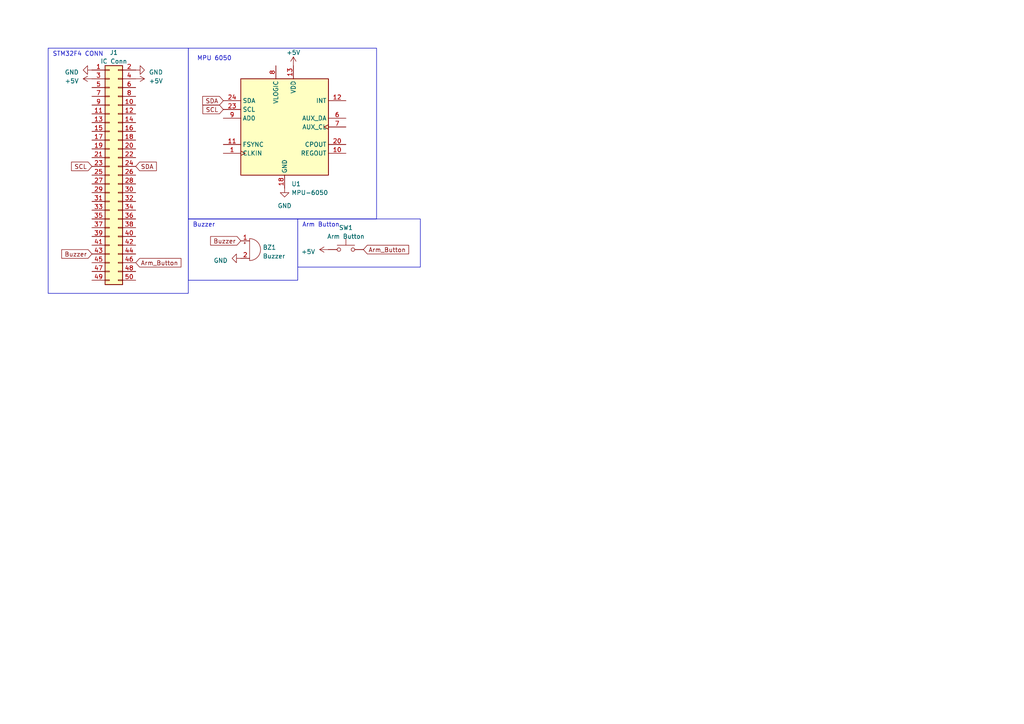
<source format=kicad_sch>
(kicad_sch (version 20230121) (generator eeschema)
  (paper "A4")
  (lib_symbols
    (symbol "Connector_Generic:Conn_02x25_Odd_Even" (pin_names (offset 1.016) hide)
      (property "Reference" "J" (at 1.27 33.02 0))
      (property "Value" "Conn_02x25_Odd_Even" (at 1.27 -33.02 0))
      (symbol "Conn_02x25_Odd_Even_1_1"
        (rectangle (start -1.27 -30.353) (end 0 -30.607) (stroke (width 0.1524)))
        (rectangle (start -1.27 -27.813) (end 0 -28.067) (stroke (width 0.1524)))
        (rectangle (start -1.27 -25.273) (end 0 -25.527) (stroke (width 0.1524)))
        (rectangle (start -1.27 -22.733) (end 0 -22.987) (stroke (width 0.1524)))
        (rectangle (start -1.27 -20.193) (end 0 -20.447) (stroke (width 0.1524)))
        (rectangle (start -1.27 -17.653) (end 0 -17.907) (stroke (width 0.1524)))
        (rectangle (start -1.27 -15.113) (end 0 -15.367) (stroke (width 0.1524)))
        (rectangle (start -1.27 -12.573) (end 0 -12.827) (stroke (width 0.1524)))
        (rectangle (start -1.27 -10.033) (end 0 -10.287) (stroke (width 0.1524)))
        (rectangle (start -1.27 -7.493) (end 0 -7.747) (stroke (width 0.1524)))
        (rectangle (start -1.27 -4.953) (end 0 -5.207) (stroke (width 0.1524)))
        (rectangle (start -1.27 -2.413) (end 0 -2.667) (stroke (width 0.1524)))
        (rectangle (start -1.27 0.127) (end 0 -0.127) (stroke (width 0.1524)))
        (rectangle (start -1.27 2.667) (end 0 2.413) (stroke (width 0.1524)))
        (rectangle (start -1.27 5.207) (end 0 4.953) (stroke (width 0.1524)))
        (rectangle (start -1.27 7.747) (end 0 7.493) (stroke (width 0.1524)))
        (rectangle (start -1.27 10.287) (end 0 10.033) (stroke (width 0.1524)))
        (rectangle (start -1.27 12.827) (end 0 12.573) (stroke (width 0.1524)))
        (rectangle (start -1.27 15.367) (end 0 15.113) (stroke (width 0.1524)))
        (rectangle (start -1.27 17.907) (end 0 17.653) (stroke (width 0.1524)))
        (rectangle (start -1.27 20.447) (end 0 20.193) (stroke (width 0.1524)))
        (rectangle (start -1.27 22.987) (end 0 22.733) (stroke (width 0.1524)))
        (rectangle (start -1.27 25.527) (end 0 25.273) (stroke (width 0.1524)))
        (rectangle (start -1.27 28.067) (end 0 27.813) (stroke (width 0.1524)))
        (rectangle (start -1.27 30.607) (end 0 30.353) (stroke (width 0.1524)))
        (rectangle (start -1.27 31.75) (end 3.81 -31.75) (stroke (width 0.254)) (fill (type background)))
        (rectangle (start 3.81 -30.353) (end 2.54 -30.607) (stroke (width 0.1524)))
        (rectangle (start 3.81 -27.813) (end 2.54 -28.067) (stroke (width 0.1524)))
        (rectangle (start 3.81 -25.273) (end 2.54 -25.527) (stroke (width 0.1524)))
        (rectangle (start 3.81 -22.733) (end 2.54 -22.987) (stroke (width 0.1524)))
        (rectangle (start 3.81 -20.193) (end 2.54 -20.447) (stroke (width 0.1524)))
        (rectangle (start 3.81 -17.653) (end 2.54 -17.907) (stroke (width 0.1524)))
        (rectangle (start 3.81 -15.113) (end 2.54 -15.367) (stroke (width 0.1524)))
        (rectangle (start 3.81 -12.573) (end 2.54 -12.827) (stroke (width 0.1524)))
        (rectangle (start 3.81 -10.033) (end 2.54 -10.287) (stroke (width 0.1524)))
        (rectangle (start 3.81 -7.493) (end 2.54 -7.747) (stroke (width 0.1524)))
        (rectangle (start 3.81 -4.953) (end 2.54 -5.207) (stroke (width 0.1524)))
        (rectangle (start 3.81 -2.413) (end 2.54 -2.667) (stroke (width 0.1524)))
        (rectangle (start 3.81 0.127) (end 2.54 -0.127) (stroke (width 0.1524)))
        (rectangle (start 3.81 2.667) (end 2.54 2.413) (stroke (width 0.1524)))
        (rectangle (start 3.81 5.207) (end 2.54 4.953) (stroke (width 0.1524)))
        (rectangle (start 3.81 7.747) (end 2.54 7.493) (stroke (width 0.1524)))
        (rectangle (start 3.81 10.287) (end 2.54 10.033) (stroke (width 0.1524)))
        (rectangle (start 3.81 12.827) (end 2.54 12.573) (stroke (width 0.1524)))
        (rectangle (start 3.81 15.367) (end 2.54 15.113) (stroke (width 0.1524)))
        (rectangle (start 3.81 17.907) (end 2.54 17.653) (stroke (width 0.1524)))
        (rectangle (start 3.81 20.447) (end 2.54 20.193) (stroke (width 0.1524)))
        (rectangle (start 3.81 22.987) (end 2.54 22.733) (stroke (width 0.1524)))
        (rectangle (start 3.81 25.527) (end 2.54 25.273) (stroke (width 0.1524)))
        (rectangle (start 3.81 28.067) (end 2.54 27.813) (stroke (width 0.1524)))
        (rectangle (start 3.81 30.607) (end 2.54 30.353) (stroke (width 0.1524)))
        (pin passive line (at -5.08 30.48 0) (length 3.81) (name "Pin_1") (number "1"))
        (pin passive line (at 7.62 20.32 180) (length 3.81) (name "Pin_10") (number "10"))
        (pin passive line (at -5.08 17.78 0) (length 3.81) (name "Pin_11") (number "11"))
        (pin passive line (at 7.62 17.78 180) (length 3.81) (name "Pin_12") (number "12"))
        (pin passive line (at -5.08 15.24 0) (length 3.81) (name "Pin_13") (number "13"))
        (pin passive line (at 7.62 15.24 180) (length 3.81) (name "Pin_14") (number "14"))
        (pin passive line (at -5.08 12.7 0) (length 3.81) (name "Pin_15") (number "15"))
        (pin passive line (at 7.62 12.7 180) (length 3.81) (name "Pin_16") (number "16"))
        (pin passive line (at -5.08 10.16 0) (length 3.81) (name "Pin_17") (number "17"))
        (pin passive line (at 7.62 10.16 180) (length 3.81) (name "Pin_18") (number "18"))
        (pin passive line (at -5.08 7.62 0) (length 3.81) (name "Pin_19") (number "19"))
        (pin passive line (at 7.62 30.48 180) (length 3.81) (name "Pin_2") (number "2"))
        (pin passive line (at 7.62 7.62 180) (length 3.81) (name "Pin_20") (number "20"))
        (pin passive line (at -5.08 5.08 0) (length 3.81) (name "Pin_21") (number "21"))
        (pin passive line (at 7.62 5.08 180) (length 3.81) (name "Pin_22") (number "22"))
        (pin passive line (at -5.08 2.54 0) (length 3.81) (name "Pin_23") (number "23"))
        (pin passive line (at 7.62 2.54 180) (length 3.81) (name "Pin_24") (number "24"))
        (pin passive line (at -5.08 0 0) (length 3.81) (name "Pin_25") (number "25"))
        (pin passive line (at 7.62 0 180) (length 3.81) (name "Pin_26") (number "26"))
        (pin passive line (at -5.08 -2.54 0) (length 3.81) (name "Pin_27") (number "27"))
        (pin passive line (at 7.62 -2.54 180) (length 3.81) (name "Pin_28") (number "28"))
        (pin passive line (at -5.08 -5.08 0) (length 3.81) (name "Pin_29") (number "29"))
        (pin passive line (at -5.08 27.94 0) (length 3.81) (name "Pin_3") (number "3"))
        (pin passive line (at 7.62 -5.08 180) (length 3.81) (name "Pin_30") (number "30"))
        (pin passive line (at -5.08 -7.62 0) (length 3.81) (name "Pin_31") (number "31"))
        (pin passive line (at 7.62 -7.62 180) (length 3.81) (name "Pin_32") (number "32"))
        (pin passive line (at -5.08 -10.16 0) (length 3.81) (name "Pin_33") (number "33"))
        (pin passive line (at 7.62 -10.16 180) (length 3.81) (name "Pin_34") (number "34"))
        (pin passive line (at -5.08 -12.7 0) (length 3.81) (name "Pin_35") (number "35"))
        (pin passive line (at 7.62 -12.7 180) (length 3.81) (name "Pin_36") (number "36"))
        (pin passive line (at -5.08 -15.24 0) (length 3.81) (name "Pin_37") (number "37"))
        (pin passive line (at 7.62 -15.24 180) (length 3.81) (name "Pin_38") (number "38"))
        (pin passive line (at -5.08 -17.78 0) (length 3.81) (name "Pin_39") (number "39"))
        (pin passive line (at 7.62 27.94 180) (length 3.81) (name "Pin_4") (number "4"))
        (pin passive line (at 7.62 -17.78 180) (length 3.81) (name "Pin_40") (number "40"))
        (pin passive line (at -5.08 -20.32 0) (length 3.81) (name "Pin_41") (number "41"))
        (pin passive line (at 7.62 -20.32 180) (length 3.81) (name "Pin_42") (number "42"))
        (pin passive line (at -5.08 -22.86 0) (length 3.81) (name "Pin_43") (number "43"))
        (pin passive line (at 7.62 -22.86 180) (length 3.81) (name "Pin_44") (number "44"))
        (pin passive line (at -5.08 -25.4 0) (length 3.81) (name "Pin_45") (number "45"))
        (pin passive line (at 7.62 -25.4 180) (length 3.81) (name "Pin_46") (number "46"))
        (pin passive line (at -5.08 -27.94 0) (length 3.81) (name "Pin_47") (number "47"))
        (pin passive line (at 7.62 -27.94 180) (length 3.81) (name "Pin_48") (number "48"))
        (pin passive line (at -5.08 -30.48 0) (length 3.81) (name "Pin_49") (number "49"))
        (pin passive line (at -5.08 25.4 0) (length 3.81) (name "Pin_5") (number "5"))
        (pin passive line (at 7.62 -30.48 180) (length 3.81) (name "Pin_50") (number "50"))
        (pin passive line (at 7.62 25.4 180) (length 3.81) (name "Pin_6") (number "6"))
        (pin passive line (at -5.08 22.86 0) (length 3.81) (name "Pin_7") (number "7"))
        (pin passive line (at 7.62 22.86 180) (length 3.81) (name "Pin_8") (number "8"))
        (pin passive line (at -5.08 20.32 0) (length 3.81) (name "Pin_9") (number "9"))
      )
    )
    (symbol "Device:Buzzer" (pin_names (offset 0.0254) hide)
      (property "Reference" "BZ" (at 3.81 1.27 0))
      (property "Value" "Buzzer" (at 3.81 -1.27 0))
      (symbol "Buzzer_0_1"
        (arc (start 0 -3.175) (mid 3.1612 0) (end 0 3.175))
        (polyline (pts (xy -1.651 1.905) (xy -1.143 1.905)))
        (polyline (pts (xy -1.397 2.159) (xy -1.397 1.651)))
        (polyline (pts (xy 0 3.175) (xy 0 -3.175)))
      )
      (symbol "Buzzer_1_1"
        (pin passive line (at -2.54 2.54 0) (length 2.54) (name "-") (number "1"))
        (pin passive line (at -2.54 -2.54 0) (length 2.54) (name "+") (number "2"))
      )
    )
    (symbol "Sensor_Motion:MPU-6050"
      (property "Reference" "U" (at -11.43 13.97 0))
      (property "Value" "MPU-6050" (at 7.62 -15.24 0))
      (symbol "MPU-6050_0_0"
        (text "" (at 12.7 -2.54 0) (effects (font (size 1.27 1.27))))
      )
      (symbol "MPU-6050_0_1"
        (rectangle (start -12.7 13.97) (end 12.7 -13.97) (stroke (width 0.254)) (fill (type background)))
      )
      (symbol "MPU-6050_1_1"
        (pin input clock (at -17.78 -7.62 0) (length 5.08) (name "CLKIN") (number "1"))
        (pin passive line (at 17.78 -7.62 180) (length 5.08) (name "REGOUT") (number "10"))
        (pin input line (at -17.78 -5.08 0) (length 5.08) (name "FSYNC") (number "11"))
        (pin output line (at 17.78 7.62 180) (length 5.08) (name "INT") (number "12"))
        (pin power_in line (at 2.54 17.78 270) (length 3.81) (name "VDD") (number "13"))
        (pin no_connect line (at -12.7 -10.16 0) (length 2.54) hide (name "NC") (number "14"))
        (pin no_connect line (at 12.7 12.7 180) (length 2.54) hide (name "NC") (number "15"))
        (pin no_connect line (at 12.7 10.16 180) (length 2.54) hide (name "NC") (number "16"))
        (pin no_connect line (at 12.7 5.08 180) (length 2.54) hide (name "NC") (number "17"))
        (pin power_in line (at 0 -17.78 90) (length 3.81) (name "GND") (number "18"))
        (pin no_connect line (at 12.7 -10.16 180) (length 2.54) hide (name "RESV") (number "19"))
        (pin no_connect line (at -12.7 12.7 0) (length 2.54) hide (name "NC") (number "2"))
        (pin passive line (at 17.78 -5.08 180) (length 5.08) (name "CPOUT") (number "20"))
        (pin no_connect line (at 12.7 -2.54 180) (length 2.54) hide (name "RESV") (number "21"))
        (pin no_connect line (at 12.7 -12.7 180) (length 2.54) hide (name "RESV") (number "22"))
        (pin input line (at -17.78 5.08 0) (length 5.08) (name "SCL") (number "23"))
        (pin bidirectional line (at -17.78 7.62 0) (length 5.08) (name "SDA") (number "24"))
        (pin no_connect line (at -12.7 10.16 0) (length 2.54) hide (name "NC") (number "3"))
        (pin no_connect line (at -12.7 0 0) (length 2.54) hide (name "NC") (number "4"))
        (pin no_connect line (at -12.7 -2.54 0) (length 2.54) hide (name "NC") (number "5"))
        (pin bidirectional line (at 17.78 2.54 180) (length 5.08) (name "AUX_DA") (number "6"))
        (pin output clock (at 17.78 0 180) (length 5.08) (name "AUX_CL") (number "7"))
        (pin power_in line (at -2.54 17.78 270) (length 3.81) (name "VLOGIC") (number "8"))
        (pin input line (at -17.78 2.54 0) (length 5.08) (name "AD0") (number "9"))
      )
    )
    (symbol "Switch:SW_Push" (pin_numbers hide) (pin_names (offset 1.016) hide)
      (property "Reference" "SW" (at 1.27 2.54 0))
      (property "Value" "SW_Push" (at 0 -1.524 0))
      (symbol "SW_Push_0_1"
        (circle (center -2.032 0) (radius 0.508))
        (polyline (pts (xy 0 1.27) (xy 0 3.048)))
        (polyline (pts (xy 2.54 1.27) (xy -2.54 1.27)))
        (circle (center 2.032 0) (radius 0.508))
        (pin passive line (at -5.08 0 0) (length 2.54) (name "1") (number "1"))
        (pin passive line (at 5.08 0 180) (length 2.54) (name "2") (number "2"))
      )
    )
    (symbol "power:+5V" (power) (pin_names (offset 0))
      (property "Value" "+5V" (at 0 3.556 0))
      (symbol "+5V_0_1"
        (polyline (pts (xy -0.762 1.27) (xy 0 2.54)))
        (polyline (pts (xy 0 0) (xy 0 2.54)))
        (polyline (pts (xy 0 2.54) (xy 0.762 1.27)))
      )
      (symbol "+5V_1_1"
        (pin power_in line (at 0 0 90) (length 0) hide (name "+5V") (number "1"))
      )
    )
    (symbol "power:GND" (power) (pin_names (offset 0))
      (property "Value" "GND" (at 0 -3.81 0))
      (symbol "GND_0_1"
        (polyline (pts (xy 0 0) (xy 0 -1.27) (xy 1.27 -1.27) (xy 0 -2.54) (xy -1.27 -1.27) (xy 0 -1.27)))
      )
      (symbol "GND_1_1"
        (pin power_in line (at 0 0 270) (length 0) hide (name "GND") (number "1"))
      )
    )
  )
  (rectangle (start 54.61 63.5) (end 86.36 81.28))
  (rectangle (start 54.61 13.97) (end 109.22 63.5))
  (rectangle (start 13.97 13.97) (end 54.61 85.09))
  (rectangle (start 86.36 63.5) (end 121.92 77.47))
  (text "STM32F4 CONN" (at 15.24 16.51 0) (effects (font (size 1.27 1.27)) (justify left bottom)))
  (text "Arm Button" (at 87.63 66.04 0) (effects (font (size 1.27 1.27)) (justify left bottom)))
  (text "MPU 6050" (at 57.15 17.78 0) (effects (font (size 1.27 1.27)) (justify left bottom)))
  (text "Buzzer" (at 55.88 66.04 0) (effects (font (size 1.27 1.27)) (justify left bottom)))
  (global_label "SCL" (shape input) (at 64.77 31.75 180) (property "Intersheetrefs" "${INTERSHEET_REFS}" (effects hide)))
  (global_label "Buzzer" (shape input) (at 69.85 69.85 180) (property "Intersheetrefs" "${INTERSHEET_REFS}" (effects hide)))
  (global_label "SDA" (shape input) (at 39.37 48.26 0) (property "Intersheetrefs" "${INTERSHEET_REFS}" (effects hide)))
  (global_label "Arm_Button" (shape input) (at 105.41 72.39 0) (property "Intersheetrefs" "${INTERSHEET_REFS}" (effects hide)))
  (global_label "SDA" (shape input) (at 64.77 29.21 180) (property "Intersheetrefs" "${INTERSHEET_REFS}" (effects hide)))
  (global_label "SCL" (shape input) (at 26.67 48.26 180) (property "Intersheetrefs" "${INTERSHEET_REFS}" (effects hide)))
  (global_label "Arm_Button" (shape input) (at 39.37 76.2 0) (property "Intersheetrefs" "${INTERSHEET_REFS}" (effects hide)))
  (global_label "Buzzer" (shape input) (at 26.67 73.66 180) (property "Intersheetrefs" "${INTERSHEET_REFS}" (effects hide)))
  (symbol (lib_id "power:GND") (at 39.37 20.32 90) (unit 1)
    (property "Reference" "#PWR01" (effects hide))
    (property "Value" "GND" (at 43.18 20.955 90) (effects (justify right)))
  )
  (symbol (lib_id "power:+5V") (at 95.25 72.39 90) (unit 1)
    (property "Reference" "#PWR07" (effects hide))
    (property "Value" "+5V" (at 91.44 73.025 90) (effects (justify left)))
  )
  (symbol (lib_id "power:GND") (at 82.55 54.61 0) (unit 1)
    (property "Reference" "#PWR03" (effects hide))
    (property "Value" "GND" (at 82.55 59.69 0))
  )
  (symbol (lib_id "power:GND") (at 69.85 74.93 270) (unit 1)
    (property "Reference" "#PWR08" (effects hide))
    (property "Value" "GND" (at 66.04 75.565 90) (effects (justify right)))
  )
  (symbol (lib_id "power:+5V") (at 26.67 22.86 90) (unit 1)
    (property "Reference" "#PWR05" (effects hide))
    (property "Value" "+5V" (at 22.86 23.495 90) (effects (justify left)))
  )
  (symbol (lib_id "Device:Buzzer") (at 72.39 72.39 0) (unit 1)
    (property "Reference" "BZ1" (at 76.2 71.755 0) (effects (justify left)))
    (property "Value" "Buzzer" (at 76.2 74.295 0) (effects (justify left)))
    (property "Footprint" "Buzzer_Beeper:Buzzer_12x9.5RM7.6" (effects hide))
  )
  (symbol (lib_id "Connector_Generic:Conn_02x25_Odd_Even") (at 31.75 50.8 0) (unit 1)
    (property "Reference" "J1" (at 33.02 15.24 0))
    (property "Value" "IC Conn" (at 33.02 17.78 0))
    (property "Footprint" "Connector_PinSocket_2.54mm:PinSocket_2x25_P2.54mm_Vertical" (effects hide))
  )
  (symbol (lib_id "power:+5V") (at 39.37 22.86 270) (unit 1)
    (property "Reference" "#PWR04" (effects hide))
    (property "Value" "+5V" (at 43.18 23.495 90) (effects (justify left)))
  )
  (symbol (lib_id "Sensor_Motion:MPU-6050") (at 82.55 36.83 0) (unit 1)
    (property "Reference" "U1" (at 84.5059 53.34 0) (effects (justify left)))
    (property "Value" "MPU-6050" (at 84.5059 55.88 0) (effects (justify left)))
    (property "Footprint" "Sensor_Motion:InvenSense_QFN-24_4x4mm_P0.5mm" (effects hide))
    (property "Datasheet" "https://invensense.tdk.com/wp-content/uploads/2015/02/MPU-6000-Datasheet1.pdf" (effects hide))
  )
  (symbol (lib_id "power:GND") (at 26.67 20.32 270) (unit 1)
    (property "Reference" "#PWR02" (effects hide))
    (property "Value" "GND" (at 22.86 20.955 90) (effects (justify right)))
  )
  (symbol (lib_id "Switch:SW_Push") (at 100.33 72.39 0) (unit 1)
    (property "Reference" "SW1" (at 100.33 66.04 0))
    (property "Value" "Arm Button" (at 100.33 68.58 0))
    (property "Footprint" "Button_Switch_SMD:SW_SPST_B3U-1000P" (effects hide))
  )
  (symbol (lib_id "power:+5V") (at 85.09 19.05 0) (unit 1)
    (property "Reference" "#PWR06" (effects hide))
    (property "Value" "+5V" (at 85.09 15.24 0))
  )
)
</source>
